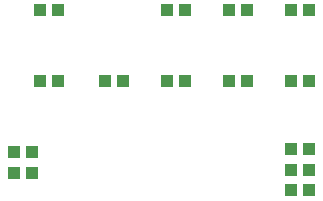
<source format=gbp>
G04 Layer_Color=16770453*
%FSLAX24Y24*%
%MOIN*%
G70*
G01*
G75*
%ADD11R,0.0413X0.0394*%
D11*
X21358Y12205D02*
D03*
X21949D02*
D03*
X22835Y15256D02*
D03*
X22244D02*
D03*
X22835Y17618D02*
D03*
X22244D02*
D03*
X21358Y12894D02*
D03*
X21949D02*
D03*
X25000Y15256D02*
D03*
X24409D02*
D03*
X31201Y11614D02*
D03*
X30610D02*
D03*
X27067Y15256D02*
D03*
X26476D02*
D03*
X27067Y17618D02*
D03*
X26476D02*
D03*
X31201Y12992D02*
D03*
X30610D02*
D03*
X31201Y12303D02*
D03*
X30610D02*
D03*
X29134Y15256D02*
D03*
X28543D02*
D03*
X29134Y17618D02*
D03*
X28543D02*
D03*
X31201D02*
D03*
X30610D02*
D03*
X31201Y15256D02*
D03*
X30610D02*
D03*
M02*

</source>
